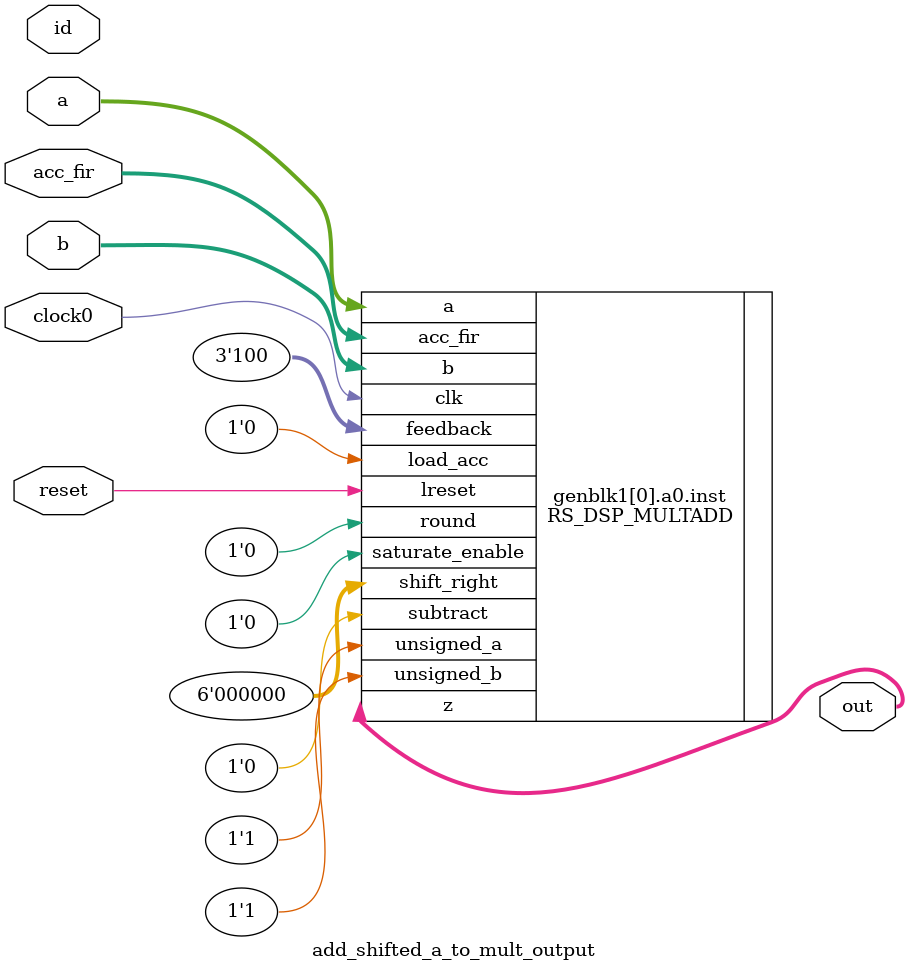
<source format=v>
/* Generated by Yosys 0.18+10 (git sha1 dbdaf0117, gcc 11.2.0 -fPIC -Os) */

module add_shifted_a_to_mult_output(clock0, reset, b, acc_fir, id, out, a);
  input [19:0] a;
  input [5:0] acc_fir;
  input [17:0] b;
  input clock0;
  input [0:-1] id;
  output [37:0] out;
  input reset;
  (* src = "/nfs_project/gemini/DV/usmanqadir/jira_repo/Jira_Testcase/RIGELIP-5/./rtl/add_shifted_a_to_mult_output.v:3" *)
  (* src = "/nfs_project/gemini/DV/usmanqadir/jira_repo/Jira_Testcase/RIGELIP-5/./rtl/add_shifted_a_to_mult_output.v:3" *)
  wire [19:0] a;
  (* src = "/nfs_project/gemini/DV/usmanqadir/jira_repo/Jira_Testcase/RIGELIP-5/./rtl/add_shifted_a_to_mult_output.v:6" *)
  (* src = "/nfs_project/gemini/DV/usmanqadir/jira_repo/Jira_Testcase/RIGELIP-5/./rtl/add_shifted_a_to_mult_output.v:6" *)
  wire [5:0] acc_fir;
  (* src = "/nfs_project/gemini/DV/usmanqadir/jira_repo/Jira_Testcase/RIGELIP-5/./rtl/add_shifted_a_to_mult_output.v:4" *)
  (* src = "/nfs_project/gemini/DV/usmanqadir/jira_repo/Jira_Testcase/RIGELIP-5/./rtl/add_shifted_a_to_mult_output.v:4" *)
  wire [17:0] b;
  (* src = "/nfs_project/gemini/DV/usmanqadir/jira_repo/Jira_Testcase/RIGELIP-5/./rtl/add_shifted_a_to_mult_output.v:5" *)
  (* src = "/nfs_project/gemini/DV/usmanqadir/jira_repo/Jira_Testcase/RIGELIP-5/./rtl/add_shifted_a_to_mult_output.v:5" *)
  wire clock0;
  (* src = "/nfs_project/gemini/DV/usmanqadir/jira_repo/Jira_Testcase/RIGELIP-5/./rtl/add_shifted_a_to_mult_output.v:7" *)
  (* src = "/nfs_project/gemini/DV/usmanqadir/jira_repo/Jira_Testcase/RIGELIP-5/./rtl/add_shifted_a_to_mult_output.v:7" *)
  wire [0:-1] id;
  (* src = "/nfs_project/gemini/DV/usmanqadir/jira_repo/Jira_Testcase/RIGELIP-5/./rtl/add_shifted_a_to_mult_output.v:8" *)
  (* src = "/nfs_project/gemini/DV/usmanqadir/jira_repo/Jira_Testcase/RIGELIP-5/./rtl/add_shifted_a_to_mult_output.v:8" *)
  wire [37:0] out;
  (* src = "/nfs_project/gemini/DV/usmanqadir/jira_repo/Jira_Testcase/RIGELIP-5/./rtl/add_shifted_a_to_mult_output.v:5" *)
  (* src = "/nfs_project/gemini/DV/usmanqadir/jira_repo/Jira_Testcase/RIGELIP-5/./rtl/add_shifted_a_to_mult_output.v:5" *)
  wire reset;
  (* hdlname = "genblk1[0].a0 inst" *)
  RS_DSP_MULTADD #(
    .MODE_BITS(80'h000000000000000a5a5a)
  ) \genblk1[0].a0.inst  (
    .a(a),
    .acc_fir(acc_fir),
    .b(b),
    .clk(clock0),
    .feedback(3'h4),
    .load_acc(1'h0),
    .lreset(reset),
    .round(1'h0),
    .saturate_enable(1'h0),
    .shift_right(6'h00),
    .subtract(1'h0),
    .unsigned_a(1'h1),
    .unsigned_b(1'h1),
    .z(out)
  );
endmodule

</source>
